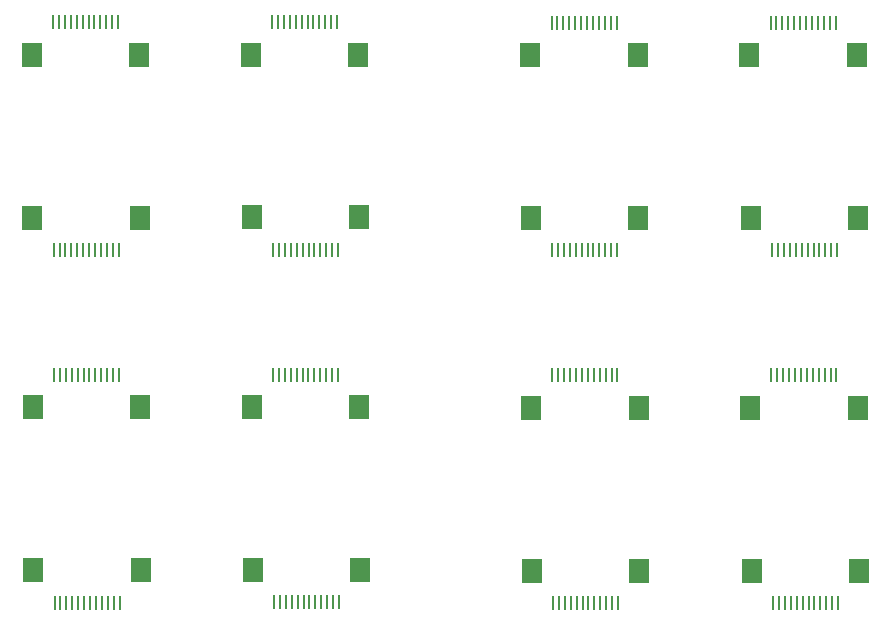
<source format=gbr>
%TF.GenerationSoftware,KiCad,Pcbnew,8.0.3*%
%TF.CreationDate,2024-06-16T14:02:55-05:00*%
%TF.ProjectId,EZ-VIK_panelized_panelized_panelized_panelized,455a2d56-494b-45f7-9061-6e656c697a65,rev?*%
%TF.SameCoordinates,Original*%
%TF.FileFunction,Paste,Top*%
%TF.FilePolarity,Positive*%
%FSLAX46Y46*%
G04 Gerber Fmt 4.6, Leading zero omitted, Abs format (unit mm)*
G04 Created by KiCad (PCBNEW 8.0.3) date 2024-06-16 14:02:55*
%MOMM*%
%LPD*%
G01*
G04 APERTURE LIST*
%ADD10R,0.280000X1.250000*%
%ADD11R,1.800000X2.000000*%
G04 APERTURE END LIST*
D10*
%TO.C,J22*%
X155655000Y-99030289D03*
X155155000Y-99030289D03*
X154655000Y-99030289D03*
X154155000Y-99030289D03*
X153655000Y-99030289D03*
X153155000Y-99030289D03*
X152655000Y-99030289D03*
X152155000Y-99030289D03*
X151655000Y-99030289D03*
X151155000Y-99030289D03*
X150655000Y-99030289D03*
X150155000Y-99030289D03*
D11*
X148355000Y-96306289D03*
X157455000Y-96306289D03*
%TD*%
D10*
%TO.C,J16*%
X197778822Y-69169378D03*
X197278822Y-69169378D03*
X196778822Y-69169378D03*
X196278822Y-69169378D03*
X195778822Y-69169378D03*
X195278822Y-69169378D03*
X194778822Y-69169378D03*
X194278822Y-69169378D03*
X193778822Y-69169378D03*
X193278822Y-69169378D03*
X192778822Y-69169378D03*
X192278822Y-69169378D03*
D11*
X190478822Y-66445378D03*
X199578822Y-66445378D03*
%TD*%
D10*
%TO.C,13*%
X210777800Y-49927600D03*
X211277800Y-49927600D03*
X211777800Y-49927600D03*
X212277800Y-49927600D03*
X212777800Y-49927600D03*
X213277800Y-49927600D03*
X213777800Y-49927600D03*
X214277800Y-49927600D03*
X214777800Y-49927600D03*
X215277800Y-49927600D03*
X215777800Y-49927600D03*
X216277800Y-49927600D03*
D11*
X218077800Y-52651600D03*
X208977800Y-52651600D03*
%TD*%
D10*
%TO.C,J14*%
X155576500Y-69156189D03*
X155076500Y-69156189D03*
X154576500Y-69156189D03*
X154076500Y-69156189D03*
X153576500Y-69156189D03*
X153076500Y-69156189D03*
X152576500Y-69156189D03*
X152076500Y-69156189D03*
X151576500Y-69156189D03*
X151076500Y-69156189D03*
X150576500Y-69156189D03*
X150076500Y-69156189D03*
D11*
X148276500Y-66432189D03*
X157376500Y-66432189D03*
%TD*%
D10*
%TO.C,J24*%
X197857322Y-99043478D03*
X197357322Y-99043478D03*
X196857322Y-99043478D03*
X196357322Y-99043478D03*
X195857322Y-99043478D03*
X195357322Y-99043478D03*
X194857322Y-99043478D03*
X194357322Y-99043478D03*
X193857322Y-99043478D03*
X193357322Y-99043478D03*
X192857322Y-99043478D03*
X192357322Y-99043478D03*
D11*
X190557322Y-96319478D03*
X199657322Y-96319478D03*
%TD*%
D10*
%TO.C,J25*%
X216493600Y-99045102D03*
X215993600Y-99045102D03*
X215493600Y-99045102D03*
X214993600Y-99045102D03*
X214493600Y-99045102D03*
X213993600Y-99045102D03*
X213493600Y-99045102D03*
X212993600Y-99045102D03*
X212493600Y-99045102D03*
X211993600Y-99045102D03*
X211493600Y-99045102D03*
X210993600Y-99045102D03*
D11*
X209193600Y-96321102D03*
X218293600Y-96321102D03*
%TD*%
D10*
%TO.C,J15*%
X174157500Y-69147700D03*
X173657500Y-69147700D03*
X173157500Y-69147700D03*
X172657500Y-69147700D03*
X172157500Y-69147700D03*
X171657500Y-69147700D03*
X171157500Y-69147700D03*
X170657500Y-69147700D03*
X170157500Y-69147700D03*
X169657500Y-69147700D03*
X169157500Y-69147700D03*
X168657500Y-69147700D03*
D11*
X166857500Y-66423700D03*
X175957500Y-66423700D03*
%TD*%
D10*
%TO.C,J17*%
X216415100Y-69171002D03*
X215915100Y-69171002D03*
X215415100Y-69171002D03*
X214915100Y-69171002D03*
X214415100Y-69171002D03*
X213915100Y-69171002D03*
X213415100Y-69171002D03*
X212915100Y-69171002D03*
X212415100Y-69171002D03*
X211915100Y-69171002D03*
X211415100Y-69171002D03*
X210915100Y-69171002D03*
D11*
X209115100Y-66447002D03*
X218215100Y-66447002D03*
%TD*%
D10*
%TO.C,J19*%
X168653978Y-79788511D03*
X169153978Y-79788511D03*
X169653978Y-79788511D03*
X170153978Y-79788511D03*
X170653978Y-79788511D03*
X171153978Y-79788511D03*
X171653978Y-79788511D03*
X172153978Y-79788511D03*
X172653978Y-79788511D03*
X173153978Y-79788511D03*
X173653978Y-79788511D03*
X174153978Y-79788511D03*
D11*
X175953978Y-82512511D03*
X166853978Y-82512511D03*
%TD*%
D10*
%TO.C,J11*%
X168575478Y-49914411D03*
X169075478Y-49914411D03*
X169575478Y-49914411D03*
X170075478Y-49914411D03*
X170575478Y-49914411D03*
X171075478Y-49914411D03*
X171575478Y-49914411D03*
X172075478Y-49914411D03*
X172575478Y-49914411D03*
X173075478Y-49914411D03*
X173575478Y-49914411D03*
X174075478Y-49914411D03*
D11*
X175875478Y-52638411D03*
X166775478Y-52638411D03*
%TD*%
D10*
%TO.C,J20*%
X192314300Y-79801700D03*
X192814300Y-79801700D03*
X193314300Y-79801700D03*
X193814300Y-79801700D03*
X194314300Y-79801700D03*
X194814300Y-79801700D03*
X195314300Y-79801700D03*
X195814300Y-79801700D03*
X196314300Y-79801700D03*
X196814300Y-79801700D03*
X197314300Y-79801700D03*
X197814300Y-79801700D03*
D11*
X199614300Y-82525700D03*
X190514300Y-82525700D03*
%TD*%
D10*
%TO.C,J12*%
X192235800Y-49927600D03*
X192735800Y-49927600D03*
X193235800Y-49927600D03*
X193735800Y-49927600D03*
X194235800Y-49927600D03*
X194735800Y-49927600D03*
X195235800Y-49927600D03*
X195735800Y-49927600D03*
X196235800Y-49927600D03*
X196735800Y-49927600D03*
X197235800Y-49927600D03*
X197735800Y-49927600D03*
D11*
X199535800Y-52651600D03*
X190435800Y-52651600D03*
%TD*%
D10*
%TO.C,J18*%
X150111978Y-79788511D03*
X150611978Y-79788511D03*
X151111978Y-79788511D03*
X151611978Y-79788511D03*
X152111978Y-79788511D03*
X152611978Y-79788511D03*
X153111978Y-79788511D03*
X153611978Y-79788511D03*
X154111978Y-79788511D03*
X154611978Y-79788511D03*
X155111978Y-79788511D03*
X155611978Y-79788511D03*
D11*
X157411978Y-82512511D03*
X148311978Y-82512511D03*
%TD*%
D10*
%TO.C,J10*%
X150033478Y-49914411D03*
X150533478Y-49914411D03*
X151033478Y-49914411D03*
X151533478Y-49914411D03*
X152033478Y-49914411D03*
X152533478Y-49914411D03*
X153033478Y-49914411D03*
X153533478Y-49914411D03*
X154033478Y-49914411D03*
X154533478Y-49914411D03*
X155033478Y-49914411D03*
X155533478Y-49914411D03*
D11*
X157333478Y-52638411D03*
X148233478Y-52638411D03*
%TD*%
D10*
%TO.C,J23*%
X174236000Y-99021800D03*
X173736000Y-99021800D03*
X173236000Y-99021800D03*
X172736000Y-99021800D03*
X172236000Y-99021800D03*
X171736000Y-99021800D03*
X171236000Y-99021800D03*
X170736000Y-99021800D03*
X170236000Y-99021800D03*
X169736000Y-99021800D03*
X169236000Y-99021800D03*
X168736000Y-99021800D03*
D11*
X166936000Y-96297800D03*
X176036000Y-96297800D03*
%TD*%
D10*
%TO.C,J21*%
X210856300Y-79801700D03*
X211356300Y-79801700D03*
X211856300Y-79801700D03*
X212356300Y-79801700D03*
X212856300Y-79801700D03*
X213356300Y-79801700D03*
X213856300Y-79801700D03*
X214356300Y-79801700D03*
X214856300Y-79801700D03*
X215356300Y-79801700D03*
X215856300Y-79801700D03*
X216356300Y-79801700D03*
D11*
X218156300Y-82525700D03*
X209056300Y-82525700D03*
%TD*%
M02*

</source>
